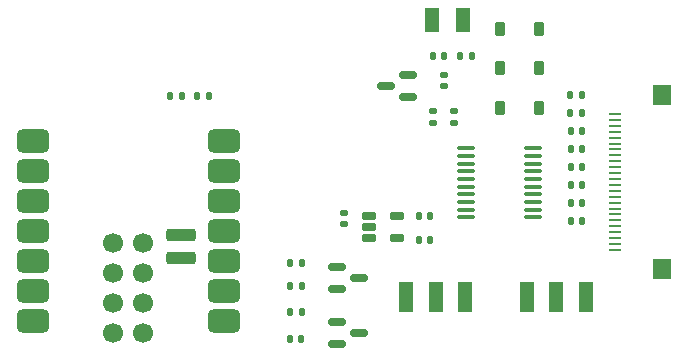
<source format=gbr>
%TF.GenerationSoftware,KiCad,Pcbnew,8.0.7*%
%TF.CreationDate,2025-01-13T19:39:37-06:00*%
%TF.ProjectId,love-letters,6c6f7665-2d6c-4657-9474-6572732e6b69,rev?*%
%TF.SameCoordinates,Original*%
%TF.FileFunction,Paste,Top*%
%TF.FilePolarity,Positive*%
%FSLAX46Y46*%
G04 Gerber Fmt 4.6, Leading zero omitted, Abs format (unit mm)*
G04 Created by KiCad (PCBNEW 8.0.7) date 2025-01-13 19:39:37*
%MOMM*%
%LPD*%
G01*
G04 APERTURE LIST*
G04 Aperture macros list*
%AMRoundRect*
0 Rectangle with rounded corners*
0 $1 Rounding radius*
0 $2 $3 $4 $5 $6 $7 $8 $9 X,Y pos of 4 corners*
0 Add a 4 corners polygon primitive as box body*
4,1,4,$2,$3,$4,$5,$6,$7,$8,$9,$2,$3,0*
0 Add four circle primitives for the rounded corners*
1,1,$1+$1,$2,$3*
1,1,$1+$1,$4,$5*
1,1,$1+$1,$6,$7*
1,1,$1+$1,$8,$9*
0 Add four rect primitives between the rounded corners*
20,1,$1+$1,$2,$3,$4,$5,0*
20,1,$1+$1,$4,$5,$6,$7,0*
20,1,$1+$1,$6,$7,$8,$9,0*
20,1,$1+$1,$8,$9,$2,$3,0*%
G04 Aperture macros list end*
%ADD10R,1.100000X0.250000*%
%ADD11R,1.500000X1.700000*%
%ADD12RoundRect,0.140000X-0.140000X-0.170000X0.140000X-0.170000X0.140000X0.170000X-0.140000X0.170000X0*%
%ADD13RoundRect,0.135000X0.185000X-0.135000X0.185000X0.135000X-0.185000X0.135000X-0.185000X-0.135000X0*%
%ADD14RoundRect,0.500000X0.875000X0.500000X-0.875000X0.500000X-0.875000X-0.500000X0.875000X-0.500000X0*%
%ADD15RoundRect,0.275000X-0.975000X-0.275000X0.975000X-0.275000X0.975000X0.275000X-0.975000X0.275000X0*%
%ADD16C,1.700000*%
%ADD17RoundRect,0.135000X0.135000X0.185000X-0.135000X0.185000X-0.135000X-0.185000X0.135000X-0.185000X0*%
%ADD18RoundRect,0.140000X0.140000X0.170000X-0.140000X0.170000X-0.140000X-0.170000X0.140000X-0.170000X0*%
%ADD19RoundRect,0.225000X0.225000X0.375000X-0.225000X0.375000X-0.225000X-0.375000X0.225000X-0.375000X0*%
%ADD20RoundRect,0.135000X-0.135000X-0.185000X0.135000X-0.185000X0.135000X0.185000X-0.135000X0.185000X0*%
%ADD21RoundRect,0.150000X-0.587500X-0.150000X0.587500X-0.150000X0.587500X0.150000X-0.587500X0.150000X0*%
%ADD22RoundRect,0.040200X-0.544800X-0.294800X0.544800X-0.294800X0.544800X0.294800X-0.544800X0.294800X0*%
%ADD23RoundRect,0.140000X-0.170000X0.140000X-0.170000X-0.140000X0.170000X-0.140000X0.170000X0.140000X0*%
%ADD24R,1.200000X2.500000*%
%ADD25RoundRect,0.225000X-0.225000X-0.375000X0.225000X-0.375000X0.225000X0.375000X-0.225000X0.375000X0*%
%ADD26RoundRect,0.150000X0.587500X0.150000X-0.587500X0.150000X-0.587500X-0.150000X0.587500X-0.150000X0*%
%ADD27RoundRect,0.100000X0.637500X0.100000X-0.637500X0.100000X-0.637500X-0.100000X0.637500X-0.100000X0*%
%ADD28R,1.250000X2.000000*%
%ADD29RoundRect,0.135000X-0.185000X0.135000X-0.185000X-0.135000X0.185000X-0.135000X0.185000X0.135000X0*%
%ADD30RoundRect,0.140000X0.170000X-0.140000X0.170000X0.140000X-0.170000X0.140000X-0.170000X-0.140000X0*%
G04 APERTURE END LIST*
D10*
%TO.C,J3*%
X110400000Y-73500000D03*
X110400000Y-73000000D03*
X110400000Y-72500000D03*
X110400000Y-72000000D03*
X110400000Y-71500000D03*
X110400000Y-71000000D03*
X110400000Y-70500000D03*
X110400000Y-70000000D03*
X110400000Y-69500000D03*
X110400000Y-69000000D03*
X110400000Y-68500000D03*
X110400000Y-68000000D03*
X110400000Y-67500000D03*
X110400000Y-67000000D03*
X110400000Y-66500000D03*
X110400000Y-66000000D03*
X110400000Y-65500000D03*
X110400000Y-65000000D03*
X110400000Y-64500000D03*
X110400000Y-64000000D03*
X110400000Y-63500000D03*
X110400000Y-63000000D03*
X110400000Y-62500000D03*
X110400000Y-62000000D03*
D11*
X114300000Y-60350000D03*
X114300000Y-75150000D03*
%TD*%
D12*
%TO.C,C8*%
X106597318Y-71045000D03*
X107557318Y-71045000D03*
%TD*%
D13*
%TO.C,R1*%
X94979318Y-62741000D03*
X94979318Y-61721000D03*
%TD*%
D14*
%TO.C,U1*%
X77216000Y-79502000D03*
X77216000Y-76962000D03*
X77216000Y-74422000D03*
X77216000Y-71882000D03*
X77216000Y-69342000D03*
X77216000Y-66802000D03*
X77216000Y-64262000D03*
X61051000Y-64262000D03*
X61051000Y-66802000D03*
X61051000Y-69342000D03*
X61051000Y-71882000D03*
X61051000Y-74422000D03*
X61051000Y-76962000D03*
X61051000Y-79502000D03*
D15*
X73606000Y-72264000D03*
X73606000Y-74169000D03*
D16*
X70431000Y-80514000D03*
X67891000Y-80514000D03*
X70431000Y-77974000D03*
X67891000Y-77974000D03*
X70431000Y-75434000D03*
X67891000Y-75434000D03*
X70431000Y-72894000D03*
X67891000Y-72894000D03*
%TD*%
D17*
%TO.C,R7*%
X76014636Y-60499000D03*
X74994636Y-60499000D03*
%TD*%
D18*
%TO.C,C14*%
X107529318Y-60377000D03*
X106569318Y-60377000D03*
%TD*%
D17*
%TO.C,R8*%
X73728636Y-60499000D03*
X72708636Y-60499000D03*
%TD*%
D19*
%TO.C,D3*%
X103923818Y-54773500D03*
X100623818Y-54773500D03*
%TD*%
D20*
%TO.C,R6*%
X82822318Y-76568000D03*
X83842318Y-76568000D03*
%TD*%
D12*
%TO.C,C2*%
X93737318Y-70613000D03*
X94697318Y-70613000D03*
%TD*%
%TO.C,C7*%
X106597318Y-69521000D03*
X107557318Y-69521000D03*
%TD*%
D21*
%TO.C,Q2*%
X86783818Y-74944000D03*
X86783818Y-76844000D03*
X88658818Y-75894000D03*
%TD*%
D20*
%TO.C,R3*%
X97201818Y-57107500D03*
X98221818Y-57107500D03*
%TD*%
D18*
%TO.C,C12*%
X107557318Y-63425000D03*
X106597318Y-63425000D03*
%TD*%
D12*
%TO.C,C5*%
X94945818Y-57107500D03*
X95905818Y-57107500D03*
%TD*%
D22*
%TO.C,U2*%
X89491318Y-70613000D03*
X89491318Y-71553000D03*
X89491318Y-72493000D03*
X91931318Y-72493000D03*
X91931318Y-70613000D03*
%TD*%
D20*
%TO.C,R4*%
X82812818Y-78741000D03*
X83832818Y-78741000D03*
%TD*%
D21*
%TO.C,Q3*%
X86783818Y-79569000D03*
X86783818Y-81469000D03*
X88658818Y-80519000D03*
%TD*%
D23*
%TO.C,C1*%
X87387318Y-70387000D03*
X87387318Y-71347000D03*
%TD*%
D20*
%TO.C,R5*%
X82822318Y-74578000D03*
X83842318Y-74578000D03*
%TD*%
D24*
%TO.C,SW2*%
X102893318Y-77471000D03*
X105393318Y-77471000D03*
X107893318Y-77471000D03*
%TD*%
D19*
%TO.C,D1*%
X103923818Y-61473500D03*
X100623818Y-61473500D03*
%TD*%
D25*
%TO.C,D2*%
X100623818Y-58123500D03*
X103923818Y-58123500D03*
%TD*%
D12*
%TO.C,C9*%
X106597318Y-67997000D03*
X107557318Y-67997000D03*
%TD*%
D24*
%TO.C,SW1*%
X92693318Y-77471000D03*
X95193318Y-77471000D03*
X97693318Y-77471000D03*
%TD*%
D26*
%TO.C,Q1*%
X92875818Y-60597500D03*
X92875818Y-58697500D03*
X91000818Y-59647500D03*
%TD*%
D12*
%TO.C,C3*%
X93737318Y-72645000D03*
X94697318Y-72645000D03*
%TD*%
D27*
%TO.C,U3*%
X103429818Y-70744000D03*
X103429818Y-70094000D03*
X103429818Y-69444000D03*
X103429818Y-68794000D03*
X103429818Y-68144000D03*
X103429818Y-67494000D03*
X103429818Y-66844000D03*
X103429818Y-66194000D03*
X103429818Y-65544000D03*
X103429818Y-64894000D03*
X97704818Y-64894000D03*
X97704818Y-65544000D03*
X97704818Y-66194000D03*
X97704818Y-66844000D03*
X97704818Y-67494000D03*
X97704818Y-68144000D03*
X97704818Y-68794000D03*
X97704818Y-69444000D03*
X97704818Y-70094000D03*
X97704818Y-70744000D03*
%TD*%
D18*
%TO.C,C11*%
X107557318Y-64949000D03*
X106597318Y-64949000D03*
%TD*%
%TO.C,C6*%
X83804818Y-81027000D03*
X82844818Y-81027000D03*
%TD*%
D28*
%TO.C,L1*%
X97457818Y-54059500D03*
X94907818Y-54059500D03*
%TD*%
D29*
%TO.C,R2*%
X96757318Y-61719000D03*
X96757318Y-62739000D03*
%TD*%
D18*
%TO.C,C10*%
X107557318Y-66473000D03*
X106597318Y-66473000D03*
%TD*%
%TO.C,C13*%
X107529318Y-61901000D03*
X106569318Y-61901000D03*
%TD*%
D30*
%TO.C,C4*%
X95923818Y-59619500D03*
X95923818Y-58659500D03*
%TD*%
M02*

</source>
